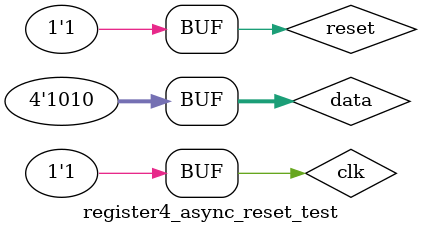
<source format=v>
`timescale 1ns / 1ps

module register4_async_reset_test;

	// Inputs
	reg clk;
	reg reset;
	reg [3:0] data;

	// Outputs
	wire [3:0] q;

	// Instantiate the Unit Under Test (UUT)
	register4_async_reset uut (
		.clk(clk), 
		.reset(reset), 
		.data(data), 
		.q(q)
	);

	initial begin
		// Initialize Inputs
		clk = 0;
		reset = 1;
		data = 0;

		// Wait 100 ns for global reset to finish
		#1;
        
		// Add stimulus here
		clk = 1;
		reset = 1;
		data = 4'b1010;
		#1;

		clk = 0;
		reset = 1;
		data = 4'b1010;
		#1;

		clk = 1;
		reset = 1;
		data = 4'b1010;
		#1;

		clk = 0;
		reset = 0;
		data = 4'b1010;
		#1;

		clk = 1;
		reset = 0;
		data = 4'b1010;
		#1;

		clk = 0;
		reset = 1;
		data = 4'b1010;
		#1;

		clk = 1;
		reset = 1;
		data = 4'b1010;
		#1;
	end
      
endmodule


</source>
